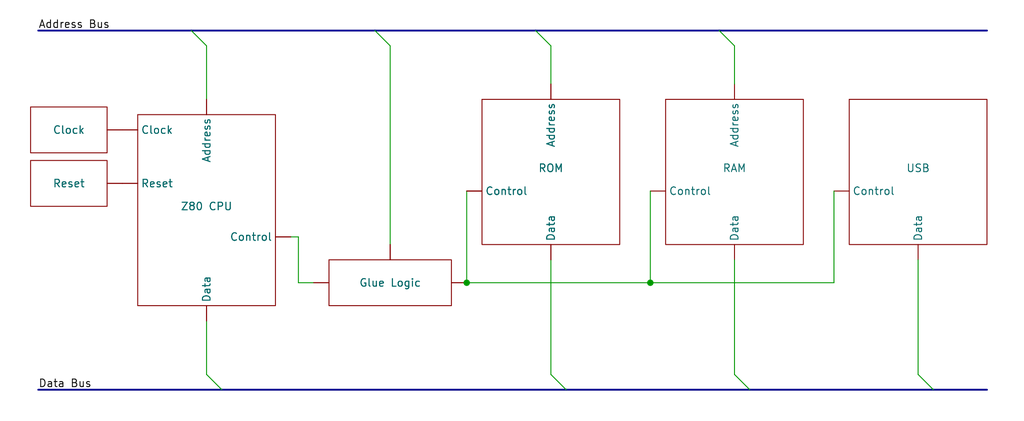
<source format=kicad_sch>
(kicad_sch (version 20230121) (generator eeschema)
  (paper "User" 170.002 70.0024)
  (lib_symbols
    (symbol "Box_1"
      (property "Value" "Clock" (at 5.08 10.16 0))
      (symbol "Box_1_0_1"
        (rectangle (start -1.27 13.97) (end 11.43 6.35))
      )
      (symbol "Box_1_1_1"
        (pin output line (at 13.97 10.16 180) (length 2.54) (name "") (number ""))
      )
    )
    (symbol "Box_2"
      (property "Value" "Reset" (at 5.08 10.16 0))
      (symbol "Box_2_0_1"
        (rectangle (start -1.27 13.97) (end 11.43 6.35))
      )
      (symbol "Box_2_1_1"
        (pin output line (at 13.97 10.16 180) (length 2.54) (name "") (number ""))
      )
    )
    (symbol "Box_3"
      (property "Value" "ROM" (at 0 15.24 0))
      (symbol "Box_3_0_1"
        (rectangle (start -11.43 26.67) (end 11.43 2.54))
      )
      (symbol "Box_3_1_1"
        (pin output line (at 0 29.21 270) (length 2.54) (name "Address") (number ""))
        (pin bidirectional line (at 13.97 11.43 180) (length 2.54) (name "Control") (number ""))
        (pin bidirectional line (at 0 0 90) (length 2.54) (name "Data") (number ""))
      )
    )
    (symbol "Box_4"
      (property "Value" "USB Module" (at 0 15.24 0))
      (symbol "Box_4_0_1"
        (rectangle (start -11.43 26.67) (end 11.43 2.54))
      )
      (symbol "Box_4_1_1"
        (pin bidirectional line (at 13.97 11.43 180) (length 2.54) (name "Control") (number ""))
        (pin bidirectional line (at 0 0 90) (length 2.54) (name "Data") (number ""))
      )
    )
    (symbol "Box_6"
      (property "Value" "Glue Logic" (at 1.27 10.16 0))
      (symbol "Box_6_0_1"
        (rectangle (start -8.89 13.97) (end 11.43 6.35))
      )
      (symbol "Box_6_1_1"
        (pin input line (at -11.43 10.16 0) (length 2.54) (name "") (number ""))
        (pin input line (at 1.27 16.51 270) (length 2.54) (name "") (number ""))
        (pin output line (at 13.97 10.16 180) (length 2.54) (name "") (number ""))
      )
    )
    (symbol "z80_breadboard_hld:Box"
      (property "Value" "Z80 CPU" (at 0 11.43 0))
      (symbol "Box_0_1"
        (rectangle (start -11.43 26.67) (end 11.43 -5.08))
      )
      (symbol "Box_1_1"
        (pin output line (at 0 29.21 270) (length 2.54) (name "Address") (number ""))
        (pin input line (at -13.97 24.13 0) (length 2.54) (name "Clock") (number ""))
        (pin bidirectional line (at 13.97 6.35 180) (length 2.54) (name "Control") (number ""))
        (pin bidirectional line (at 0 -7.62 90) (length 2.54) (name "Data") (number ""))
        (pin input line (at -13.97 15.24 0) (length 2.54) (name "Reset") (number ""))
      )
    )
  )
  (junction (at 77.47 46.99))
  (junction (at 107.95 46.99))
  (bus_entry (at 31.75 5.08) (size 2.54 2.54))
  (bus_entry (at 34.29 62.23) (size 2.54 2.54))
  (bus_entry (at 119.38 5.08) (size 2.54 2.54))
  (bus_entry (at 91.44 62.23) (size 2.54 2.54))
  (bus_entry (at 152.4 62.23) (size 2.54 2.54))
  (bus_entry (at 88.9 5.08) (size 2.54 2.54))
  (bus_entry (at 121.92 62.23) (size 2.54 2.54))
  (bus_entry (at 62.23 5.08) (size 2.54 2.54))
  (bus (pts (xy 154.94 64.77) (xy 163.83 64.77)))
  (wire (pts (xy 107.95 46.99) (xy 138.43 46.99)))
  (wire (pts (xy 121.92 43.18) (xy 121.92 62.23)))
  (wire (pts (xy 121.92 7.62) (xy 121.92 13.97)))
  (bus (pts (xy 88.9 5.08) (xy 119.38 5.08)))
  (wire (pts (xy 138.43 31.75) (xy 138.43 46.99)))
  (wire (pts (xy 77.47 46.99) (xy 107.95 46.99)))
  (wire (pts (xy 52.07 46.99) (xy 49.53 46.99)))
  (bus (pts (xy 119.38 5.08) (xy 163.83 5.08)))
  (wire (pts (xy 77.47 46.99) (xy 77.47 31.75)))
  (wire (pts (xy 49.53 39.37) (xy 48.26 39.37)))
  (bus (pts (xy 62.23 5.08) (xy 88.9 5.08)))
  (bus (pts (xy 6.35 5.08) (xy 31.75 5.08)))
  (bus (pts (xy 31.75 5.08) (xy 62.23 5.08)))
  (wire (pts (xy 34.29 53.34) (xy 34.29 62.23)))
  (wire (pts (xy 152.4 43.18) (xy 152.4 62.23)))
  (wire (pts (xy 49.53 46.99) (xy 49.53 39.37)))
  (bus (pts (xy 6.35 64.77) (xy 36.83 64.77)))
  (wire (pts (xy 34.29 7.62) (xy 34.29 16.51)))
  (wire (pts (xy 64.77 7.62) (xy 64.77 40.64)))
  (bus (pts (xy 124.46 64.77) (xy 154.94 64.77)))
  (bus (pts (xy 93.98 64.77) (xy 124.46 64.77)))
  (wire (pts (xy 107.95 31.75) (xy 107.95 46.99)))
  (wire (pts (xy 91.44 7.62) (xy 91.44 13.97)))
  (bus (pts (xy 36.83 64.77) (xy 93.98 64.77)))
  (wire (pts (xy 91.44 43.18) (xy 91.44 62.23)))
  (label "Data Bus" (at 6.35 64.77 0))
  (label "Address Bus" (at 6.35 5.08 0))
  (symbol (lib_id "z80_breadboard_hld:Box") (at 34.29 45.72 0) (unit 1)
    (property "Reference" "U1" (effects hide))
    (property "Value" "Z80 CPU" (at 34.29 34.29 0))
  )
  (symbol (lib_name "Box_3") (lib_id "z80_breadboard_hld:Box") (at 121.92 43.18 0) (mirror y) (unit 1)
    (property "Reference" "U5" (effects hide))
    (property "Value" "RAM" (at 121.92 27.94 0))
  )
  (symbol (lib_name "Box_3") (lib_id "z80_breadboard_hld:Box") (at 91.44 43.18 0) (mirror y) (unit 1)
    (property "Reference" "U4" (effects hide))
    (property "Value" "ROM" (at 91.44 27.94 0))
  )
  (symbol (lib_name "Box_6") (lib_id "z80_breadboard_hld:Box") (at 63.5 57.15 0) (unit 1)
    (property "Reference" "U7" (effects hide))
    (property "Value" "Glue Logic" (at 64.77 46.99 0))
  )
  (symbol (lib_name "Box_1") (lib_id "z80_breadboard_hld:Box") (at 6.35 31.75 0) (unit 1)
    (property "Reference" "U2" (effects hide))
    (property "Value" "Clock" (at 11.43 21.59 0))
  )
  (symbol (lib_name "Box_4") (lib_id "z80_breadboard_hld:Box") (at 152.4 43.18 0) (mirror y) (unit 1)
    (property "Reference" "U6" (effects hide))
    (property "Value" "USB" (at 152.4 27.94 0))
  )
  (symbol (lib_name "Box_2") (lib_id "z80_breadboard_hld:Box") (at 6.35 40.64 0) (unit 1)
    (property "Reference" "U3" (effects hide))
    (property "Value" "Reset" (at 11.43 30.48 0))
  )
)
</source>
